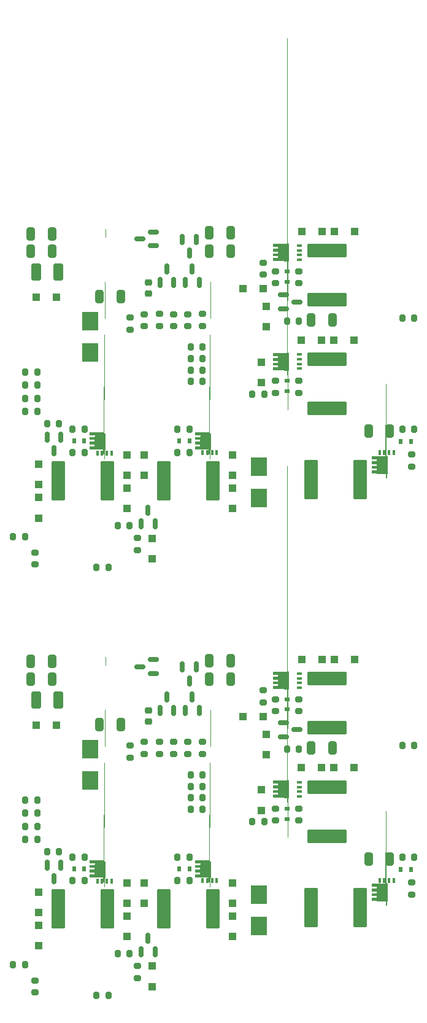
<source format=gbr>
%TF.GenerationSoftware,KiCad,Pcbnew,6.0.11+dfsg-1*%
%TF.CreationDate,2024-03-19T05:37:22+00:00*%
%TF.ProjectId,panel,70616e65-6c2e-46b6-9963-61645f706362,rev?*%
%TF.SameCoordinates,Original*%
%TF.FileFunction,Paste,Bot*%
%TF.FilePolarity,Positive*%
%FSLAX46Y46*%
G04 Gerber Fmt 4.6, Leading zero omitted, Abs format (unit mm)*
G04 Created by KiCad (PCBNEW 6.0.11+dfsg-1) date 2024-03-19 05:37:22*
%MOMM*%
%LPD*%
G01*
G04 APERTURE LIST*
G04 Aperture macros list*
%AMRoundRect*
0 Rectangle with rounded corners*
0 $1 Rounding radius*
0 $2 $3 $4 $5 $6 $7 $8 $9 X,Y pos of 4 corners*
0 Add a 4 corners polygon primitive as box body*
4,1,4,$2,$3,$4,$5,$6,$7,$8,$9,$2,$3,0*
0 Add four circle primitives for the rounded corners*
1,1,$1+$1,$2,$3*
1,1,$1+$1,$4,$5*
1,1,$1+$1,$6,$7*
1,1,$1+$1,$8,$9*
0 Add four rect primitives between the rounded corners*
20,1,$1+$1,$2,$3,$4,$5,0*
20,1,$1+$1,$4,$5,$6,$7,0*
20,1,$1+$1,$6,$7,$8,$9,0*
20,1,$1+$1,$8,$9,$2,$3,0*%
%AMFreePoly0*
4,1,5,0.202500,-0.377500,-0.202500,-0.377500,-0.202500,0.377500,0.202500,0.377500,0.202500,-0.377500,0.202500,-0.377500,$1*%
%AMFreePoly1*
4,1,53,0.118849,1.240000,0.127973,1.217973,0.150000,1.208849,0.168849,1.208849,0.168849,-1.228849,0.150000,-1.228849,0.127973,-1.237973,0.118849,-1.260000,0.118849,-1.828849,-0.118849,-1.828849,-0.118849,-1.260000,-0.127973,-1.237973,-0.150000,-1.228849,-1.318849,-1.228849,-1.318849,-1.210000,-1.327973,-1.187973,-1.350000,-1.178849,-2.018849,-1.178849,-2.018849,-0.791151,-1.350000,-0.791151,
-1.327973,-0.782027,-1.318849,-0.760000,-1.318849,-0.560000,-1.327973,-0.537973,-1.350000,-0.528849,-2.018849,-0.528849,-2.018849,-0.141151,-1.350000,-0.141151,-1.327973,-0.132027,-1.318849,-0.110000,-1.318849,0.090000,-1.327973,0.112027,-1.350000,0.121151,-2.018849,0.121151,-2.018849,0.508849,-1.350000,0.508849,-1.327973,0.517973,-1.318849,0.540000,-1.318849,0.740000,-1.327973,0.762027,
-1.350000,0.771151,-2.018849,0.771151,-2.018849,1.158849,-1.350000,1.158849,-1.327973,1.167973,-1.318849,1.190000,-1.318849,1.208849,-0.150000,1.208849,-0.127973,1.217973,-0.118849,1.240000,-0.118849,1.808849,0.118849,1.808849,0.118849,1.240000,0.118849,1.240000,$1*%
G04 Aperture macros list end*
%ADD10RoundRect,0.200000X-0.275000X0.200000X-0.275000X-0.200000X0.275000X-0.200000X0.275000X0.200000X0*%
%ADD11R,1.100000X1.100000*%
%ADD12RoundRect,0.150000X-0.150000X0.587500X-0.150000X-0.587500X0.150000X-0.587500X0.150000X0.587500X0*%
%ADD13RoundRect,0.250000X-2.475000X0.712500X-2.475000X-0.712500X2.475000X-0.712500X2.475000X0.712500X0*%
%ADD14RoundRect,0.150000X0.150000X-0.587500X0.150000X0.587500X-0.150000X0.587500X-0.150000X-0.587500X0*%
%ADD15RoundRect,0.250000X0.325000X0.650000X-0.325000X0.650000X-0.325000X-0.650000X0.325000X-0.650000X0*%
%ADD16RoundRect,0.200000X0.275000X-0.200000X0.275000X0.200000X-0.275000X0.200000X-0.275000X-0.200000X0*%
%ADD17R,0.600000X0.700000*%
%ADD18RoundRect,0.200000X0.200000X0.275000X-0.200000X0.275000X-0.200000X-0.275000X0.200000X-0.275000X0*%
%ADD19R,2.300000X2.500000*%
%ADD20RoundRect,0.200000X-0.200000X-0.275000X0.200000X-0.275000X0.200000X0.275000X-0.200000X0.275000X0*%
%ADD21RoundRect,0.250000X-0.712500X-2.475000X0.712500X-2.475000X0.712500X2.475000X-0.712500X2.475000X0*%
%ADD22FreePoly0,90.000000*%
%ADD23FreePoly1,0.000000*%
%ADD24RoundRect,0.150000X-0.587500X-0.150000X0.587500X-0.150000X0.587500X0.150000X-0.587500X0.150000X0*%
%ADD25FreePoly0,0.000000*%
%ADD26FreePoly1,270.000000*%
%ADD27RoundRect,0.250000X-0.325000X-0.650000X0.325000X-0.650000X0.325000X0.650000X-0.325000X0.650000X0*%
%ADD28RoundRect,0.250000X0.712500X2.475000X-0.712500X2.475000X-0.712500X-2.475000X0.712500X-2.475000X0*%
%ADD29RoundRect,0.250000X-0.412500X-0.925000X0.412500X-0.925000X0.412500X0.925000X-0.412500X0.925000X0*%
%ADD30R,0.700000X0.600000*%
%ADD31FreePoly0,180.000000*%
%ADD32FreePoly1,90.000000*%
%ADD33RoundRect,0.225000X-0.250000X0.225000X-0.250000X-0.225000X0.250000X-0.225000X0.250000X0.225000X0*%
%ADD34RoundRect,0.150000X0.587500X0.150000X-0.587500X0.150000X-0.587500X-0.150000X0.587500X-0.150000X0*%
G04 APERTURE END LIST*
D10*
%TO.C,R3*%
X159300000Y-114875000D03*
X159300000Y-116525000D03*
%TD*%
D11*
%TO.C,D36*%
X126300000Y-103400000D03*
X129100000Y-103400000D03*
%TD*%
D12*
%TO.C,Q4*%
X127750000Y-122662500D03*
X129650000Y-122662500D03*
X128700000Y-124537500D03*
%TD*%
D13*
%TO.C,F3*%
X166400000Y-111912500D03*
X166400000Y-118687500D03*
%TD*%
D11*
%TO.C,D14*%
X126600000Y-72000000D03*
X126600000Y-74800000D03*
%TD*%
%TO.C,D28*%
X158000000Y-45600000D03*
X158000000Y-48400000D03*
%TD*%
D14*
%TO.C,Q8*%
X142650000Y-75637500D03*
X140750000Y-75637500D03*
X141700000Y-73762500D03*
%TD*%
D15*
%TO.C,C5*%
X137975000Y-103300000D03*
X135025000Y-103300000D03*
%TD*%
D11*
%TO.C,D23*%
X153350000Y-70700000D03*
X153350000Y-73500000D03*
%TD*%
%TO.C,D24*%
X167400000Y-35300000D03*
X170200000Y-35300000D03*
%TD*%
%TO.C,D9*%
X162800000Y-109250000D03*
X165600000Y-109250000D03*
%TD*%
D16*
%TO.C,R15*%
X140200000Y-138225000D03*
X140200000Y-136575000D03*
%TD*%
D11*
%TO.C,D26*%
X154800000Y-102200000D03*
X157600000Y-102200000D03*
%TD*%
D17*
%TO.C,D2*%
X131500000Y-123200000D03*
X132900000Y-123200000D03*
%TD*%
D18*
%TO.C,R13*%
X147425000Y-121600000D03*
X145775000Y-121600000D03*
%TD*%
D11*
%TO.C,D21*%
X153350000Y-125100000D03*
X153350000Y-127900000D03*
%TD*%
%TO.C,D14*%
X126600000Y-131000000D03*
X126600000Y-133800000D03*
%TD*%
D16*
%TO.C,R8*%
X178100000Y-126725000D03*
X178100000Y-125075000D03*
%TD*%
D18*
%TO.C,R31*%
X126425000Y-60100000D03*
X124775000Y-60100000D03*
%TD*%
D19*
%TO.C,D16*%
X133700000Y-47650000D03*
X133700000Y-51950000D03*
%TD*%
D17*
%TO.C,D6*%
X176600000Y-123250000D03*
X178000000Y-123250000D03*
%TD*%
D10*
%TO.C,R14*%
X159300000Y-40775000D03*
X159300000Y-42425000D03*
%TD*%
D18*
%TO.C,R29*%
X126425000Y-56500000D03*
X124775000Y-56500000D03*
%TD*%
D20*
%TO.C,R25*%
X147575000Y-54400000D03*
X149225000Y-54400000D03*
%TD*%
D13*
%TO.C,F5*%
X166400000Y-96912500D03*
X166400000Y-103687500D03*
%TD*%
D19*
%TO.C,D7*%
X157000000Y-67750000D03*
X157000000Y-72050000D03*
%TD*%
D21*
%TO.C,F1*%
X164212500Y-128500000D03*
X170987500Y-128500000D03*
%TD*%
D22*
%TO.C,Q7*%
X162600000Y-39200000D03*
D23*
X160950000Y-38215000D03*
D22*
X162600000Y-38550000D03*
X162600000Y-37250000D03*
X162600000Y-37900000D03*
%TD*%
D19*
%TO.C,D16*%
X133700000Y-106650000D03*
X133700000Y-110950000D03*
%TD*%
D12*
%TO.C,Q4*%
X127750000Y-63662500D03*
X129650000Y-63662500D03*
X128700000Y-65537500D03*
%TD*%
D24*
%TO.C,Q9*%
X160362500Y-45950000D03*
X160362500Y-44050000D03*
X162237500Y-45000000D03*
%TD*%
D25*
%TO.C,Q6*%
X149250000Y-124800000D03*
D26*
X150235000Y-123150000D03*
D25*
X151200000Y-124800000D03*
X150550000Y-124800000D03*
X149900000Y-124800000D03*
%TD*%
D27*
%TO.C,C14*%
X125525000Y-38000000D03*
X128475000Y-38000000D03*
%TD*%
D10*
%TO.C,R33*%
X147200000Y-105687500D03*
X147200000Y-107337500D03*
%TD*%
D11*
%TO.C,D10*%
X138800000Y-70700000D03*
X138800000Y-73500000D03*
%TD*%
D27*
%TO.C,C14*%
X125525000Y-97000000D03*
X128475000Y-97000000D03*
%TD*%
D10*
%TO.C,R34*%
X145200000Y-105687500D03*
X145200000Y-107337500D03*
%TD*%
D16*
%TO.C,R20*%
X157600000Y-100225000D03*
X157600000Y-98575000D03*
%TD*%
D21*
%TO.C,F1*%
X164212500Y-69500000D03*
X170987500Y-69500000D03*
%TD*%
D18*
%TO.C,R19*%
X136225000Y-140600000D03*
X134575000Y-140600000D03*
%TD*%
D10*
%TO.C,R35*%
X143300000Y-46675000D03*
X143300000Y-48325000D03*
%TD*%
D17*
%TO.C,D2*%
X131500000Y-64200000D03*
X132900000Y-64200000D03*
%TD*%
D11*
%TO.C,D11*%
X167350000Y-109250000D03*
X170150000Y-109250000D03*
%TD*%
%TO.C,D25*%
X141200000Y-66100000D03*
X141200000Y-68900000D03*
%TD*%
D18*
%TO.C,R30*%
X126425000Y-58300000D03*
X124775000Y-58300000D03*
%TD*%
%TO.C,R16*%
X178425000Y-47200000D03*
X176775000Y-47200000D03*
%TD*%
D10*
%TO.C,R36*%
X141200000Y-46687500D03*
X141200000Y-48337500D03*
%TD*%
D28*
%TO.C,F4*%
X150637500Y-128700000D03*
X143862500Y-128700000D03*
%TD*%
D18*
%TO.C,R19*%
X136225000Y-81600000D03*
X134575000Y-81600000D03*
%TD*%
D14*
%TO.C,D32*%
X148750000Y-101337500D03*
X146850000Y-101337500D03*
X147800000Y-99462500D03*
%TD*%
D12*
%TO.C,D34*%
X146450000Y-36362500D03*
X148350000Y-36362500D03*
X147400000Y-38237500D03*
%TD*%
D15*
%TO.C,C2*%
X153075000Y-97000000D03*
X150125000Y-97000000D03*
%TD*%
D24*
%TO.C,Q9*%
X160362500Y-104950000D03*
X160362500Y-103050000D03*
X162237500Y-104000000D03*
%TD*%
D15*
%TO.C,C4*%
X153075000Y-94500000D03*
X150125000Y-94500000D03*
%TD*%
D29*
%TO.C,C13*%
X126262500Y-99900000D03*
X129337500Y-99900000D03*
%TD*%
D25*
%TO.C,Q2*%
X134700000Y-65850000D03*
D26*
X135685000Y-64200000D03*
D25*
X136000000Y-65850000D03*
X135350000Y-65850000D03*
X136650000Y-65850000D03*
%TD*%
D10*
%TO.C,R37*%
X139200000Y-47175000D03*
X139200000Y-48825000D03*
%TD*%
D18*
%TO.C,R30*%
X126425000Y-117300000D03*
X124775000Y-117300000D03*
%TD*%
D20*
%TO.C,R17*%
X145775000Y-124800000D03*
X147425000Y-124800000D03*
%TD*%
%TO.C,R6*%
X131275000Y-124800000D03*
X132925000Y-124800000D03*
%TD*%
D27*
%TO.C,C10*%
X125525000Y-94600000D03*
X128475000Y-94600000D03*
%TD*%
D30*
%TO.C,D18*%
X160900000Y-42200000D03*
X160900000Y-40800000D03*
%TD*%
%TO.C,D3*%
X160900000Y-57300000D03*
X160900000Y-55900000D03*
%TD*%
%TO.C,D18*%
X160900000Y-101200000D03*
X160900000Y-99800000D03*
%TD*%
D12*
%TO.C,D34*%
X146450000Y-95362500D03*
X148350000Y-95362500D03*
X147400000Y-97237500D03*
%TD*%
D10*
%TO.C,R14*%
X159300000Y-99775000D03*
X159300000Y-101425000D03*
%TD*%
D11*
%TO.C,D9*%
X162800000Y-50250000D03*
X165600000Y-50250000D03*
%TD*%
D14*
%TO.C,D33*%
X145250000Y-42337500D03*
X143350000Y-42337500D03*
X144300000Y-40462500D03*
%TD*%
D28*
%TO.C,F4*%
X150637500Y-69700000D03*
X143862500Y-69700000D03*
%TD*%
D30*
%TO.C,D3*%
X160900000Y-116300000D03*
X160900000Y-114900000D03*
%TD*%
D11*
%TO.C,D22*%
X162900000Y-94300000D03*
X165700000Y-94300000D03*
%TD*%
D27*
%TO.C,C1*%
X172125000Y-62800000D03*
X175075000Y-62800000D03*
%TD*%
D22*
%TO.C,Q3*%
X162600000Y-113200000D03*
D23*
X160950000Y-112215000D03*
D22*
X162600000Y-111900000D03*
X162600000Y-111250000D03*
X162600000Y-112550000D03*
%TD*%
D11*
%TO.C,D21*%
X153350000Y-66100000D03*
X153350000Y-68900000D03*
%TD*%
D19*
%TO.C,D7*%
X157000000Y-126750000D03*
X157000000Y-131050000D03*
%TD*%
D18*
%TO.C,R11*%
X129425000Y-120800000D03*
X127775000Y-120800000D03*
%TD*%
D28*
%TO.C,F2*%
X136087500Y-69700000D03*
X129312500Y-69700000D03*
%TD*%
D20*
%TO.C,R26*%
X147575000Y-52800000D03*
X149225000Y-52800000D03*
%TD*%
D14*
%TO.C,Q8*%
X142650000Y-134637500D03*
X140750000Y-134637500D03*
X141700000Y-132762500D03*
%TD*%
D18*
%TO.C,R10*%
X157725000Y-57700000D03*
X156075000Y-57700000D03*
%TD*%
D15*
%TO.C,C2*%
X153075000Y-38000000D03*
X150125000Y-38000000D03*
%TD*%
D20*
%TO.C,R21*%
X137525000Y-75850000D03*
X139175000Y-75850000D03*
%TD*%
D11*
%TO.C,D27*%
X142275000Y-136600000D03*
X142275000Y-139400000D03*
%TD*%
D16*
%TO.C,R15*%
X140200000Y-79225000D03*
X140200000Y-77575000D03*
%TD*%
D20*
%TO.C,R27*%
X147575000Y-51200000D03*
X149225000Y-51200000D03*
%TD*%
D29*
%TO.C,C13*%
X126262500Y-40900000D03*
X129337500Y-40900000D03*
%TD*%
D28*
%TO.C,F2*%
X136087500Y-128700000D03*
X129312500Y-128700000D03*
%TD*%
D27*
%TO.C,C12*%
X164225000Y-106500000D03*
X167175000Y-106500000D03*
%TD*%
D17*
%TO.C,D17*%
X146000000Y-64200000D03*
X147400000Y-64200000D03*
%TD*%
D22*
%TO.C,Q7*%
X162600000Y-98200000D03*
D23*
X160950000Y-97215000D03*
D22*
X162600000Y-96900000D03*
X162600000Y-96250000D03*
X162600000Y-97550000D03*
%TD*%
D31*
%TO.C,Q1*%
X175600000Y-65792500D03*
D32*
X174615000Y-67442500D03*
D31*
X174950000Y-65792500D03*
X174300000Y-65792500D03*
X173650000Y-65792500D03*
%TD*%
D11*
%TO.C,D25*%
X141200000Y-125100000D03*
X141200000Y-127900000D03*
%TD*%
D10*
%TO.C,R34*%
X145200000Y-46687500D03*
X145200000Y-48337500D03*
%TD*%
D11*
%TO.C,D27*%
X142275000Y-77600000D03*
X142275000Y-80400000D03*
%TD*%
D16*
%TO.C,R18*%
X162500000Y-42425000D03*
X162500000Y-40775000D03*
%TD*%
D10*
%TO.C,R3*%
X159300000Y-55875000D03*
X159300000Y-57525000D03*
%TD*%
D11*
%TO.C,D13*%
X157300000Y-112300000D03*
X157300000Y-115100000D03*
%TD*%
%TO.C,D22*%
X162900000Y-35300000D03*
X165700000Y-35300000D03*
%TD*%
D16*
%TO.C,R20*%
X157600000Y-41225000D03*
X157600000Y-39575000D03*
%TD*%
D17*
%TO.C,D6*%
X176600000Y-64250000D03*
X178000000Y-64250000D03*
%TD*%
D33*
%TO.C,C7*%
X141800000Y-42325000D03*
X141800000Y-43875000D03*
%TD*%
D10*
%TO.C,R35*%
X143300000Y-105675000D03*
X143300000Y-107325000D03*
%TD*%
D20*
%TO.C,R26*%
X147575000Y-111800000D03*
X149225000Y-111800000D03*
%TD*%
D10*
%TO.C,R32*%
X149200000Y-46675000D03*
X149200000Y-48325000D03*
%TD*%
D18*
%TO.C,R2*%
X132925000Y-121600000D03*
X131275000Y-121600000D03*
%TD*%
D11*
%TO.C,D24*%
X167400000Y-94300000D03*
X170200000Y-94300000D03*
%TD*%
D18*
%TO.C,R29*%
X126425000Y-115500000D03*
X124775000Y-115500000D03*
%TD*%
D11*
%TO.C,D26*%
X154800000Y-43200000D03*
X157600000Y-43200000D03*
%TD*%
D18*
%TO.C,R22*%
X162525000Y-47700000D03*
X160875000Y-47700000D03*
%TD*%
D34*
%TO.C,D35*%
X142437500Y-35350000D03*
X142437500Y-37250000D03*
X140562500Y-36300000D03*
%TD*%
D15*
%TO.C,C5*%
X137975000Y-44300000D03*
X135025000Y-44300000D03*
%TD*%
D25*
%TO.C,Q6*%
X149250000Y-65800000D03*
D26*
X150235000Y-64150000D03*
D25*
X150550000Y-65800000D03*
X149900000Y-65800000D03*
X151200000Y-65800000D03*
%TD*%
D17*
%TO.C,D17*%
X146000000Y-123200000D03*
X147400000Y-123200000D03*
%TD*%
D33*
%TO.C,C7*%
X141800000Y-101325000D03*
X141800000Y-102875000D03*
%TD*%
D11*
%TO.C,D8*%
X138800000Y-66100000D03*
X138800000Y-68900000D03*
%TD*%
D13*
%TO.C,F5*%
X166400000Y-37912500D03*
X166400000Y-44687500D03*
%TD*%
D22*
%TO.C,Q3*%
X162600000Y-54200000D03*
D23*
X160950000Y-53215000D03*
D22*
X162600000Y-52250000D03*
X162600000Y-52900000D03*
X162600000Y-53550000D03*
%TD*%
D14*
%TO.C,D32*%
X148750000Y-42337500D03*
X146850000Y-42337500D03*
X147800000Y-40462500D03*
%TD*%
D25*
%TO.C,Q2*%
X134700000Y-124850000D03*
D26*
X135685000Y-123200000D03*
D25*
X136650000Y-124850000D03*
X136000000Y-124850000D03*
X135350000Y-124850000D03*
%TD*%
D11*
%TO.C,D23*%
X153350000Y-129700000D03*
X153350000Y-132500000D03*
%TD*%
D15*
%TO.C,C4*%
X153075000Y-35500000D03*
X150125000Y-35500000D03*
%TD*%
D11*
%TO.C,D8*%
X138800000Y-125100000D03*
X138800000Y-127900000D03*
%TD*%
D14*
%TO.C,D33*%
X145250000Y-101337500D03*
X143350000Y-101337500D03*
X144300000Y-99462500D03*
%TD*%
D34*
%TO.C,D35*%
X142437500Y-94350000D03*
X142437500Y-96250000D03*
X140562500Y-95300000D03*
%TD*%
D11*
%TO.C,D28*%
X158000000Y-104600000D03*
X158000000Y-107400000D03*
%TD*%
D20*
%TO.C,R17*%
X145775000Y-65800000D03*
X147425000Y-65800000D03*
%TD*%
D18*
%TO.C,R2*%
X132925000Y-62600000D03*
X131275000Y-62600000D03*
%TD*%
%TO.C,R5*%
X178425000Y-121600000D03*
X176775000Y-121600000D03*
%TD*%
D20*
%TO.C,R24*%
X147575000Y-115000000D03*
X149225000Y-115000000D03*
%TD*%
D18*
%TO.C,R9*%
X124725000Y-136400000D03*
X123075000Y-136400000D03*
%TD*%
D20*
%TO.C,R6*%
X131275000Y-65800000D03*
X132925000Y-65800000D03*
%TD*%
D18*
%TO.C,R38*%
X126425000Y-113700000D03*
X124775000Y-113700000D03*
%TD*%
D20*
%TO.C,R25*%
X147575000Y-113400000D03*
X149225000Y-113400000D03*
%TD*%
D11*
%TO.C,D12*%
X126600000Y-67400000D03*
X126600000Y-70200000D03*
%TD*%
D16*
%TO.C,R8*%
X178100000Y-67725000D03*
X178100000Y-66075000D03*
%TD*%
D18*
%TO.C,R31*%
X126425000Y-119100000D03*
X124775000Y-119100000D03*
%TD*%
D27*
%TO.C,C12*%
X164225000Y-47500000D03*
X167175000Y-47500000D03*
%TD*%
D10*
%TO.C,R32*%
X149200000Y-105675000D03*
X149200000Y-107325000D03*
%TD*%
D18*
%TO.C,R9*%
X124725000Y-77400000D03*
X123075000Y-77400000D03*
%TD*%
D20*
%TO.C,R27*%
X147575000Y-110200000D03*
X149225000Y-110200000D03*
%TD*%
D16*
%TO.C,R7*%
X162500000Y-116525000D03*
X162500000Y-114875000D03*
%TD*%
D27*
%TO.C,C10*%
X125525000Y-35600000D03*
X128475000Y-35600000D03*
%TD*%
D16*
%TO.C,R4*%
X126100000Y-140225000D03*
X126100000Y-138575000D03*
%TD*%
D11*
%TO.C,D11*%
X167350000Y-50250000D03*
X170150000Y-50250000D03*
%TD*%
%TO.C,D13*%
X157300000Y-53300000D03*
X157300000Y-56100000D03*
%TD*%
D27*
%TO.C,C1*%
X172125000Y-121800000D03*
X175075000Y-121800000D03*
%TD*%
D10*
%TO.C,R37*%
X139200000Y-106175000D03*
X139200000Y-107825000D03*
%TD*%
D11*
%TO.C,D36*%
X126300000Y-44400000D03*
X129100000Y-44400000D03*
%TD*%
%TO.C,D10*%
X138800000Y-129700000D03*
X138800000Y-132500000D03*
%TD*%
D18*
%TO.C,R16*%
X178425000Y-106200000D03*
X176775000Y-106200000D03*
%TD*%
D31*
%TO.C,Q1*%
X175600000Y-124792500D03*
D32*
X174615000Y-126442500D03*
D31*
X174300000Y-124792500D03*
X173650000Y-124792500D03*
X174950000Y-124792500D03*
%TD*%
D10*
%TO.C,R33*%
X147200000Y-46687500D03*
X147200000Y-48337500D03*
%TD*%
D11*
%TO.C,D12*%
X126600000Y-126400000D03*
X126600000Y-129200000D03*
%TD*%
D18*
%TO.C,R5*%
X178425000Y-62600000D03*
X176775000Y-62600000D03*
%TD*%
D10*
%TO.C,R36*%
X141200000Y-105687500D03*
X141200000Y-107337500D03*
%TD*%
D16*
%TO.C,R7*%
X162500000Y-57525000D03*
X162500000Y-55875000D03*
%TD*%
%TO.C,R18*%
X162500000Y-101425000D03*
X162500000Y-99775000D03*
%TD*%
D13*
%TO.C,F3*%
X166400000Y-52912500D03*
X166400000Y-59687500D03*
%TD*%
D18*
%TO.C,R38*%
X126425000Y-54700000D03*
X124775000Y-54700000D03*
%TD*%
D20*
%TO.C,R24*%
X147575000Y-56000000D03*
X149225000Y-56000000D03*
%TD*%
D16*
%TO.C,R4*%
X126100000Y-81225000D03*
X126100000Y-79575000D03*
%TD*%
D18*
%TO.C,R22*%
X162525000Y-106700000D03*
X160875000Y-106700000D03*
%TD*%
%TO.C,R13*%
X147425000Y-62600000D03*
X145775000Y-62600000D03*
%TD*%
%TO.C,R11*%
X129425000Y-61800000D03*
X127775000Y-61800000D03*
%TD*%
D20*
%TO.C,R21*%
X137525000Y-134850000D03*
X139175000Y-134850000D03*
%TD*%
D18*
%TO.C,R10*%
X157725000Y-116700000D03*
X156075000Y-116700000D03*
%TD*%
M02*

</source>
